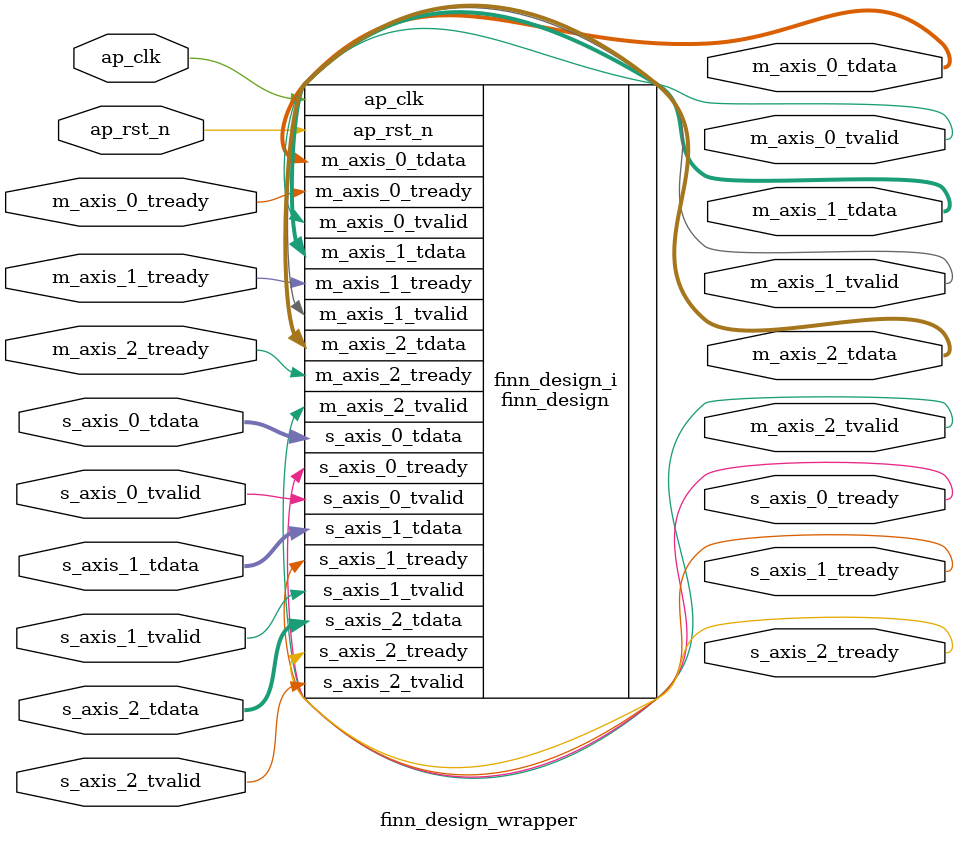
<source format=v>
`timescale 1 ps / 1 ps

module finn_design_wrapper
   (ap_clk,
    ap_rst_n,
    m_axis_0_tdata,
    m_axis_0_tready,
    m_axis_0_tvalid,
    m_axis_1_tdata,
    m_axis_1_tready,
    m_axis_1_tvalid,
    m_axis_2_tdata,
    m_axis_2_tready,
    m_axis_2_tvalid,
    s_axis_0_tdata,
    s_axis_0_tready,
    s_axis_0_tvalid,
    s_axis_1_tdata,
    s_axis_1_tready,
    s_axis_1_tvalid,
    s_axis_2_tdata,
    s_axis_2_tready,
    s_axis_2_tvalid);
  input ap_clk;
  input ap_rst_n;
  output [7:0]m_axis_0_tdata;
  input m_axis_0_tready;
  output m_axis_0_tvalid;
  output [7:0]m_axis_1_tdata;
  input m_axis_1_tready;
  output m_axis_1_tvalid;
  output [7:0]m_axis_2_tdata;
  input m_axis_2_tready;
  output m_axis_2_tvalid;
  input [7:0]s_axis_0_tdata;
  output s_axis_0_tready;
  input s_axis_0_tvalid;
  input [7:0]s_axis_1_tdata;
  output s_axis_1_tready;
  input s_axis_1_tvalid;
  input [15:0]s_axis_2_tdata;
  output s_axis_2_tready;
  input s_axis_2_tvalid;

  wire ap_clk;
  wire ap_rst_n;
  wire [7:0]m_axis_0_tdata;
  wire m_axis_0_tready;
  wire m_axis_0_tvalid;
  wire [7:0]m_axis_1_tdata;
  wire m_axis_1_tready;
  wire m_axis_1_tvalid;
  wire [7:0]m_axis_2_tdata;
  wire m_axis_2_tready;
  wire m_axis_2_tvalid;
  wire [7:0]s_axis_0_tdata;
  wire s_axis_0_tready;
  wire s_axis_0_tvalid;
  wire [7:0]s_axis_1_tdata;
  wire s_axis_1_tready;
  wire s_axis_1_tvalid;
  wire [15:0]s_axis_2_tdata;
  wire s_axis_2_tready;
  wire s_axis_2_tvalid;

  finn_design finn_design_i
       (.ap_clk(ap_clk),
        .ap_rst_n(ap_rst_n),
        .m_axis_0_tdata(m_axis_0_tdata),
        .m_axis_0_tready(m_axis_0_tready),
        .m_axis_0_tvalid(m_axis_0_tvalid),
        .m_axis_1_tdata(m_axis_1_tdata),
        .m_axis_1_tready(m_axis_1_tready),
        .m_axis_1_tvalid(m_axis_1_tvalid),
        .m_axis_2_tdata(m_axis_2_tdata),
        .m_axis_2_tready(m_axis_2_tready),
        .m_axis_2_tvalid(m_axis_2_tvalid),
        .s_axis_0_tdata(s_axis_0_tdata),
        .s_axis_0_tready(s_axis_0_tready),
        .s_axis_0_tvalid(s_axis_0_tvalid),
        .s_axis_1_tdata(s_axis_1_tdata),
        .s_axis_1_tready(s_axis_1_tready),
        .s_axis_1_tvalid(s_axis_1_tvalid),
        .s_axis_2_tdata(s_axis_2_tdata),
        .s_axis_2_tready(s_axis_2_tready),
        .s_axis_2_tvalid(s_axis_2_tvalid));
endmodule

</source>
